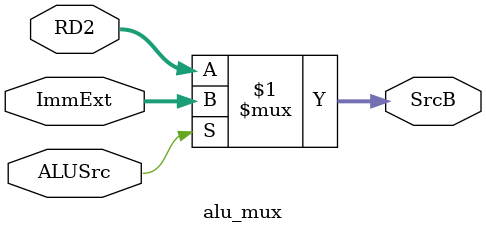
<source format=sv>
module alu_mux(
    input logic [31:0] RD2,
    input logic [31:0] ImmExt,
    input logic ALUSrc,
    output logic [31:0]SrcB
);

assign SrcB = ALUSrc ? ImmExt : RD2;

endmodule
</source>
